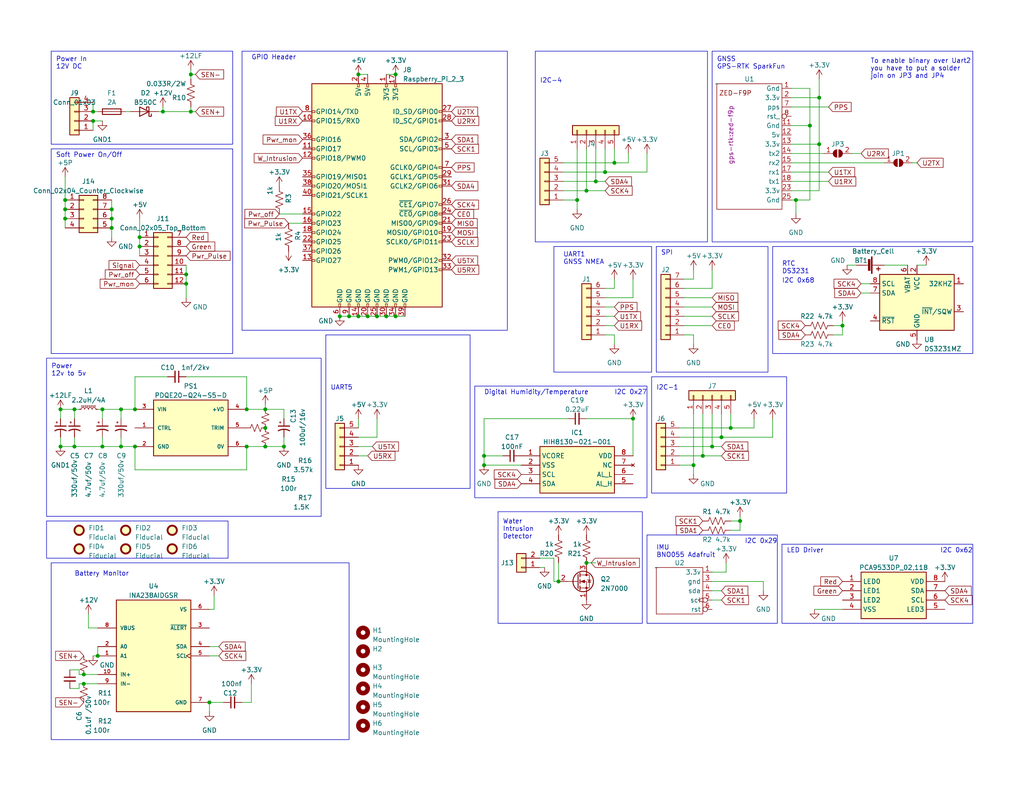
<source format=kicad_sch>
(kicad_sch (version 20231120) (generator "eeschema") (generator_version "8.0")
  (paper "USLetter")
  (title_block (title "HydroB.") (date "2023-05-18") (rev "0.3") (company "Cidco"))
  (junction (at 165.1 46.99))
  (junction (at 72.39 116.84))
  (junction (at 102.87 86.36))
  (junction (at 95.25 86.36))
  (junction (at 217.17 54.61))
  (junction (at 105.41 86.36))
  (junction (at 160.02 52.07))
  (junction (at 22.86 186.69))
  (junction (at 77.47 121.92))
  (junction (at 220.98 34.29))
  (junction (at 67.31 111.76))
  (junction (at 107.95 86.36))
  (junction (at 50.8 74.93))
  (junction (at 97.79 86.36))
  (junction (at 36.83 121.92))
  (junction (at 30.48 62.23))
  (junction (at 167.64 44.45))
  (junction (at 16.51 121.92))
  (junction (at 223.52 26.67))
  (junction (at 52.07 30.48))
  (junction (at 20.32 121.92))
  (junction (at 72.39 121.92))
  (junction (at 22.86 184.15))
  (junction (at 20.32 111.76))
  (junction (at 191.77 124.46))
  (junction (at 97.79 20.32))
  (junction (at 132.08 127))
  (junction (at 17.78 59.69))
  (junction (at 27.94 111.76))
  (junction (at 157.48 54.61))
  (junction (at 26.67 179.07))
  (junction (at 33.02 121.92))
  (junction (at 52.07 20.32))
  (junction (at 44.45 30.48))
  (junction (at 162.56 49.53))
  (junction (at 201.93 142.24))
  (junction (at 196.85 119.38))
  (junction (at 16.51 111.76))
  (junction (at 223.52 39.37))
  (junction (at 199.39 116.84))
  (junction (at 17.78 57.15))
  (junction (at 152.4 158.75))
  (junction (at 92.71 86.36))
  (junction (at 30.48 57.15))
  (junction (at 189.23 127))
  (junction (at 100.33 86.36))
  (junction (at 38.1 67.31))
  (junction (at 30.48 59.69))
  (junction (at 25.4 30.48))
  (junction (at 27.94 121.92))
  (junction (at 229.87 88.9))
  (junction (at 67.31 121.92))
  (junction (at 160.02 153.67))
  (junction (at 36.83 111.76))
  (junction (at 107.95 20.32))
  (junction (at 25.4 33.02))
  (junction (at 38.1 64.77))
  (junction (at 50.8 77.47))
  (junction (at 72.39 111.76))
  (junction (at 57.15 191.77))
  (junction (at 33.02 111.76))
  (junction (at 172.72 114.3))
  (junction (at 194.31 121.92))
  (junction (at 132.08 124.46))
  (junction (at 17.78 54.61))
  (wire (pts (xy 110.49 86.36) (xy 107.95 86.36)))
  (wire (pts (xy 132.08 124.46) (xy 132.08 127)))
  (wire (pts (xy 25.4 33.02) (xy 25.4 35.56)))
  (wire (pts (xy 50.8 74.93) (xy 50.8 77.47)))
  (wire (pts (xy 58.42 162.56) (xy 58.42 166.37)))
  (wire (pts (xy 201.93 142.24) (xy 201.93 144.78)))
  (wire (pts (xy 67.31 128.27) (xy 67.31 121.92)))
  (wire (pts (xy 153.67 49.53) (xy 162.56 49.53)))
  (wire (pts (xy 250.19 72.39) (xy 252.73 72.39)))
  (wire (pts (xy 215.9 52.07) (xy 223.52 52.07)))
  (wire (pts (xy 25.4 27.94) (xy 25.4 30.48)))
  (wire (pts (xy 27.94 111.76) (xy 33.02 111.76)))
  (wire (pts (xy 20.32 119.38) (xy 20.32 121.92)))
  (wire (pts (xy 215.9 24.13) (xy 220.98 24.13)))
  (wire (pts (xy 199.39 144.78) (xy 201.93 144.78)))
  (wire (pts (xy 44.45 30.48) (xy 52.07 30.48)))
  (wire (pts (xy 147.32 154.94) (xy 148.59 154.94)))
  (wire (pts (xy 167.64 78.74) (xy 167.64 76.2)))
  (wire (pts (xy 67.31 111.76) (xy 72.39 111.76)))
  (wire (pts (xy 189.23 76.2) (xy 189.23 73.66)))
  (wire (pts (xy 185.42 124.46) (xy 191.77 124.46)))
  (wire (pts (xy 215.9 49.53) (xy 226.06 49.53)))
  (wire (pts (xy 194.31 121.92) (xy 196.85 121.92)))
  (wire (pts (xy 22.86 186.69) (xy 26.67 186.69)))
  (wire (pts (xy 21.59 186.69) (xy 22.86 186.69)))
  (wire (pts (xy 215.9 39.37) (xy 223.52 39.37)))
  (wire (pts (xy 151.13 158.75) (xy 152.4 158.75)))
  (wire (pts (xy 147.32 152.4) (xy 151.13 152.4)))
  (wire (pts (xy 19.05 187.96) (xy 21.59 187.96)))
  (wire (pts (xy 97.79 116.84) (xy 97.79 114.3)))
  (wire (pts (xy 38.1 67.31) (xy 38.1 69.85)))
  (wire (pts (xy 17.78 59.69) (xy 17.78 62.23)))
  (wire (pts (xy 77.47 119.38) (xy 77.47 121.92)))
  (wire (pts (xy 223.52 39.37) (xy 223.52 26.67)))
  (wire (pts (xy 167.64 91.44) (xy 167.64 93.98)))
  (wire (pts (xy 220.98 24.13) (xy 220.98 34.29)))
  (wire (pts (xy 132.08 124.46) (xy 137.16 124.46)))
  (wire (pts (xy 24.13 167.64) (xy 24.13 171.45)))
  (wire (pts (xy 30.48 57.15) (xy 30.48 59.69)))
  (wire (pts (xy 205.74 114.3) (xy 205.74 116.84)))
  (wire (pts (xy 223.52 52.07) (xy 223.52 39.37)))
  (wire (pts (xy 157.48 40.64) (xy 157.48 54.61)))
  (wire (pts (xy 27.94 119.38) (xy 27.94 121.92)))
  (wire (pts (xy 186.69 76.2) (xy 189.23 76.2)))
  (wire (pts (xy 52.07 19.05) (xy 52.07 20.32)))
  (wire (pts (xy 194.31 78.74) (xy 194.31 73.66)))
  (wire (pts (xy 33.02 121.92) (xy 36.83 121.92)))
  (wire (pts (xy 50.8 72.39) (xy 50.8 74.93)))
  (wire (pts (xy 227.33 91.44) (xy 229.87 91.44)))
  (wire (pts (xy 162.56 40.64) (xy 162.56 49.53)))
  (wire (pts (xy 20.32 111.76) (xy 20.32 114.3)))
  (wire (pts (xy 97.79 86.36) (xy 95.25 86.36)))
  (wire (pts (xy 160.02 114.3) (xy 172.72 114.3)))
  (wire (pts (xy 185.42 127) (xy 189.23 127)))
  (wire (pts (xy 16.51 111.76) (xy 16.51 114.3)))
  (wire (pts (xy 199.39 116.84) (xy 185.42 116.84)))
  (wire (pts (xy 77.47 121.92) (xy 72.39 121.92)))
  (wire (pts (xy 186.69 88.9) (xy 194.31 88.9)))
  (wire (pts (xy 210.82 114.3) (xy 210.82 119.38)))
  (wire (pts (xy 241.3 72.39) (xy 247.65 72.39)))
  (wire (pts (xy 24.13 171.45) (xy 26.67 171.45)))
  (wire (pts (xy 160.02 153.67) (xy 162.56 153.67)))
  (wire (pts (xy 172.72 114.3) (xy 172.72 124.46)))
  (wire (pts (xy 27.94 111.76) (xy 27.94 114.3)))
  (wire (pts (xy 68.58 191.77) (xy 66.04 191.77)))
  (wire (pts (xy 30.48 59.69) (xy 30.48 62.23)))
  (wire (pts (xy 21.59 187.96) (xy 21.59 186.69)))
  (wire (pts (xy 19.05 182.88) (xy 21.59 182.88)))
  (wire (pts (xy 100.33 20.32) (xy 97.79 20.32)))
  (wire (pts (xy 165.1 88.9) (xy 167.64 88.9)))
  (wire (pts (xy 227.33 88.9) (xy 229.87 88.9)))
  (wire (pts (xy 50.8 77.47) (xy 50.8 81.28)))
  (wire (pts (xy 194.31 113.03) (xy 194.31 121.92)))
  (wire (pts (xy 20.32 121.92) (xy 27.94 121.92)))
  (wire (pts (xy 16.51 121.92) (xy 20.32 121.92)))
  (wire (pts (xy 97.79 121.92) (xy 101.6 121.92)))
  (wire (pts (xy 215.9 29.21) (xy 226.06 29.21)))
  (wire (pts (xy 231.14 72.39) (xy 233.68 72.39)))
  (wire (pts (xy 199.39 113.03) (xy 199.39 116.84)))
  (wire (pts (xy 217.17 54.61) (xy 220.98 54.61)))
  (wire (pts (xy 142.24 127) (xy 132.08 127)))
  (wire (pts (xy 165.1 86.36) (xy 167.64 86.36)))
  (wire (pts (xy 194.31 156.21) (xy 198.12 156.21)))
  (wire (pts (xy 25.4 179.07) (xy 26.67 179.07)))
  (wire (pts (xy 36.83 128.27) (xy 36.83 121.92)))
  (wire (pts (xy 57.15 166.37) (xy 58.42 166.37)))
  (wire (pts (xy 36.83 128.27) (xy 67.31 128.27)))
  (wire (pts (xy 26.67 111.76) (xy 27.94 111.76)))
  (wire (pts (xy 38.1 59.69) (xy 38.1 64.77)))
  (wire (pts (xy 176.53 46.99) (xy 165.1 46.99)))
  (wire (pts (xy 102.87 114.3) (xy 102.87 119.38)))
  (wire (pts (xy 232.41 41.91) (xy 234.95 41.91)))
  (wire (pts (xy 17.78 48.26) (xy 17.78 54.61)))
  (wire (pts (xy 17.78 57.15) (xy 17.78 59.69)))
  (wire (pts (xy 43.18 30.48) (xy 44.45 30.48)))
  (wire (pts (xy 26.67 176.53) (xy 26.67 179.07)))
  (wire (pts (xy 76.2 58.42) (xy 82.55 58.42)))
  (wire (pts (xy 191.77 124.46) (xy 196.85 124.46)))
  (wire (pts (xy 102.87 119.38) (xy 97.79 119.38)))
  (wire (pts (xy 102.87 86.36) (xy 100.33 86.36)))
  (wire (pts (xy 186.69 86.36) (xy 194.31 86.36)))
  (wire (pts (xy 205.74 116.84) (xy 199.39 116.84)))
  (wire (pts (xy 208.28 158.75) (xy 208.28 161.29)))
  (wire (pts (xy 234.95 77.47) (xy 237.49 77.47)))
  (wire (pts (xy 160.02 52.07) (xy 153.67 52.07)))
  (wire (pts (xy 194.31 161.29) (xy 196.85 161.29)))
  (wire (pts (xy 165.1 81.28) (xy 172.72 81.28)))
  (wire (pts (xy 57.15 191.77) (xy 57.15 194.31)))
  (wire (pts (xy 215.9 54.61) (xy 217.17 54.61)))
  (wire (pts (xy 167.64 40.64) (xy 167.64 44.45)))
  (wire (pts (xy 160.02 52.07) (xy 165.1 52.07)))
  (wire (pts (xy 157.48 54.61) (xy 157.48 57.15)))
  (wire (pts (xy 223.52 26.67) (xy 223.52 21.59)))
  (wire (pts (xy 72.39 110.49) (xy 72.39 111.76)))
  (wire (pts (xy 229.87 87.63) (xy 229.87 88.9)))
  (wire (pts (xy 105.41 86.36) (xy 102.87 86.36)))
  (wire (pts (xy 186.69 91.44) (xy 189.23 91.44)))
  (wire (pts (xy 196.85 119.38) (xy 185.42 119.38)))
  (wire (pts (xy 165.1 40.64) (xy 165.1 46.99)))
  (wire (pts (xy 165.1 83.82) (xy 167.64 83.82)))
  (wire (pts (xy 25.4 30.48) (xy 26.67 30.48)))
  (wire (pts (xy 33.02 119.38) (xy 33.02 121.92)))
  (wire (pts (xy 167.64 44.45) (xy 153.67 44.45)))
  (wire (pts (xy 78.74 60.96) (xy 82.55 60.96)))
  (wire (pts (xy 215.9 44.45) (xy 241.3 44.45)))
  (wire (pts (xy 189.23 127) (xy 189.23 129.54)))
  (wire (pts (xy 52.07 20.32) (xy 52.07 21.59)))
  (wire (pts (xy 100.33 86.36) (xy 97.79 86.36)))
  (wire (pts (xy 77.47 114.3) (xy 77.47 111.76)))
  (wire (pts (xy 52.07 20.32) (xy 53.34 20.32)))
  (wire (pts (xy 186.69 81.28) (xy 194.31 81.28)))
  (wire (pts (xy 105.41 20.32) (xy 107.95 20.32)))
  (wire (pts (xy 152.4 153.67) (xy 152.4 158.75)))
  (wire (pts (xy 217.17 54.61) (xy 217.17 58.42)))
  (wire (pts (xy 107.95 86.36) (xy 105.41 86.36)))
  (wire (pts (xy 132.08 114.3) (xy 132.08 124.46)))
  (wire (pts (xy 194.31 163.83) (xy 196.85 163.83)))
  (wire (pts (xy 21.59 184.15) (xy 22.86 184.15)))
  (wire (pts (xy 248.92 44.45) (xy 250.19 44.45)))
  (wire (pts (xy 191.77 113.03) (xy 191.77 124.46)))
  (wire (pts (xy 21.59 182.88) (xy 21.59 184.15)))
  (wire (pts (xy 172.72 76.2) (xy 172.72 81.28)))
  (wire (pts (xy 57.15 191.77) (xy 60.96 191.77)))
  (wire (pts (xy 234.95 80.01) (xy 237.49 80.01)))
  (wire (pts (xy 185.42 121.92) (xy 194.31 121.92)))
  (wire (pts (xy 176.53 41.91) (xy 176.53 46.99)))
  (wire (pts (xy 171.45 41.91) (xy 171.45 44.45)))
  (wire (pts (xy 220.98 34.29) (xy 220.98 54.61)))
  (wire (pts (xy 186.69 83.82) (xy 194.31 83.82)))
  (wire (pts (xy 215.9 26.67) (xy 223.52 26.67)))
  (wire (pts (xy 44.45 29.21) (xy 44.45 30.48)))
  (wire (pts (xy 22.86 184.15) (xy 26.67 184.15)))
  (wire (pts (xy 196.85 113.03) (xy 196.85 119.38)))
  (wire (pts (xy 17.78 54.61) (xy 17.78 57.15)))
  (wire (pts (xy 50.8 102.87) (xy 67.31 102.87)))
  (wire (pts (xy 33.02 111.76) (xy 33.02 114.3)))
  (wire (pts (xy 171.45 44.45) (xy 167.64 44.45)))
  (wire (pts (xy 25.4 33.02) (xy 27.94 33.02)))
  (wire (pts (xy 153.67 54.61) (xy 157.48 54.61)))
  (wire (pts (xy 160.02 40.64) (xy 160.02 52.07)))
  (wire (pts (xy 189.23 91.44) (xy 189.23 93.98)))
  (wire (pts (xy 229.87 88.9) (xy 229.87 91.44)))
  (wire (pts (xy 215.9 46.99) (xy 226.06 46.99)))
  (wire (pts (xy 186.69 78.74) (xy 194.31 78.74)))
  (wire (pts (xy 215.9 41.91) (xy 224.79 41.91)))
  (wire (pts (xy 52.07 29.21) (xy 52.07 30.48)))
  (wire (pts (xy 30.48 54.61) (xy 30.48 57.15)))
  (wire (pts (xy 189.23 113.03) (xy 189.23 127)))
  (wire (pts (xy 97.79 124.46) (xy 100.33 124.46)))
  (wire (pts (xy 68.58 186.69) (xy 68.58 191.77)))
  (wire (pts (xy 27.94 121.92) (xy 33.02 121.92)))
  (wire (pts (xy 33.02 111.76) (xy 36.83 111.76)))
  (wire (pts (xy 95.25 86.36) (xy 92.71 86.36)))
  (wire (pts (xy 154.94 114.3) (xy 132.08 114.3)))
  (wire (pts (xy 34.29 30.48) (xy 35.56 30.48)))
  (wire (pts (xy 194.31 158.75) (xy 208.28 158.75)))
  (wire (pts (xy 165.1 78.74) (xy 167.64 78.74)))
  (wire (pts (xy 52.07 30.48) (xy 53.34 30.48)))
  (wire (pts (xy 151.13 152.4) (xy 151.13 158.75)))
  (wire (pts (xy 162.56 49.53) (xy 165.1 49.53)))
  (wire (pts (xy 57.15 179.07) (xy 59.69 179.07)))
  (wire (pts (xy 77.47 111.76) (xy 72.39 111.76)))
  (wire (pts (xy 210.82 119.38) (xy 196.85 119.38)))
  (wire (pts (xy 67.31 102.87) (xy 67.31 111.76)))
  (wire (pts (xy 199.39 142.24) (xy 201.93 142.24)))
  (wire (pts (xy 57.15 176.53) (xy 59.69 176.53)))
  (wire (pts (xy 38.1 64.77) (xy 38.1 67.31)))
  (wire (pts (xy 165.1 46.99) (xy 153.67 46.99)))
  (wire (pts (xy 20.32 111.76) (xy 21.59 111.76)))
  (wire (pts (xy 45.72 102.87) (xy 36.83 102.87)))
  (wire (pts (xy 201.93 140.97) (xy 201.93 142.24)))
  (wire (pts (xy 222.25 166.37) (xy 229.87 166.37)))
  (wire (pts (xy 16.51 111.76) (xy 20.32 111.76)))
  (wire (pts (xy 198.12 156.21) (xy 198.12 153.67)))
  (wire (pts (xy 30.48 62.23) (xy 30.48 64.77)))
  (wire (pts (xy 36.83 102.87) (xy 36.83 111.76)))
  (wire (pts (xy 215.9 34.29) (xy 220.98 34.29)))
  (wire (pts (xy 67.31 121.92) (xy 72.39 121.92)))
  (wire (pts (xy 16.51 119.38) (xy 16.51 121.92)))
  (wire (pts (xy 165.1 91.44) (xy 167.64 91.44)))
  (rectangle (start 12.7 97.79) (end 87.63 140.97))
  (rectangle (start 129.54 105.41) (end 176.53 135.89))
  (rectangle (start 213.36 148.59) (end 265.43 170.18))
  (rectangle (start 210.82 67.31) (end 265.43 96.52))
  (rectangle (start 177.8 102.87) (end 214.63 134.62))
  (rectangle (start 13.97 40.64) (end 63.5 96.52))
  (rectangle (start 135.89 139.7) (end 175.26 170.18))
  (rectangle (start 179.07 67.31) (end 209.55 101.6))
  (rectangle (start 176.53 146.05) (end 212.09 170.18))
  (rectangle (start 151.13 67.31) (end 177.8 101.6))
  (rectangle (start 12.7 142.24) (end 62.23 152.4))
  (rectangle (start 13.97 13.97) (end 63.5 39.37))
  (rectangle (start 66.04 13.97) (end 138.43 90.17))
  (rectangle (start 146.05 13.97) (end 193.04 66.04))
  (rectangle (start 13.97 153.67) (end 95.25 201.93))
  (rectangle (start 88.9 91.44) (end 128.27 133.35))
  (rectangle (start 194.31 13.97) (end 265.43 66.04))
  (text "SPI" (at 180.34 69.85 0) (effects (font (size 1.27 1.27)) (justify left bottom)))
  (text "Water\nIntrusion\nDetector" (at 137.16 147.32 0) (effects (font (size 1.27 1.27)) (justify left bottom)))
  (text "I2C 0x68" (at 213.36 77.47 0) (effects (font (size 1.27 1.27)) (justify left bottom)))
  (text "Soft Power On/Off" (at 15.24 43.18 0) (effects (font (size 1.27 1.27)) (justify left bottom)))
  (text "Battery Monitor" (at 20.32 157.48 0) (effects (font (size 1.27 1.27)) (justify left bottom)))
  (text "GPIO Header" (at 68.58 16.51 0) (effects (font (size 1.27 1.27)) (justify left bottom)))
  (text "I2C 0x29\n" (at 203.2 148.59 0) (effects (font (size 1.27 1.27)) (justify left bottom)))
  (text "I2C-1" (at 179.07 106.68 0) (effects (font (size 1.27 1.27)) (justify left bottom)))
  (text "LED Driver" (at 214.63 151.13 0) (effects (font (size 1.27 1.27)) (justify left bottom)))
  (text "Power In\n12V DC" (at 15.24 19.05 0) (effects (font (size 1.27 1.27)) (justify left bottom)))
  (text "I2C 0x27" (at 167.64 107.95 0) (effects (font (size 1.27 1.27)) (justify left bottom)))
  (text "RTC \nDS3231\n" (at 213.36 74.93 0) (effects (font (size 1.27 1.27)) (justify left bottom)))
  (text "GNSS\nGPS-RTK SparkFun" (at 195.58 19.05 0) (effects (font (size 1.27 1.27)) (justify left bottom)))
  (text "I2C 0x62" (at 256.54 151.13 0) (effects (font (size 1.27 1.27)) (justify left bottom)))
  (text "To enable binary over Uart2 \nyou have to put a solder \njoin on JP3 and JP4" (at 237.49 21.59 0) (effects (font (size 1.27 1.27)) (justify left bottom)))
  (text "UART5\n" (at 90.17 106.68 0) (effects (font (size 1.27 1.27)) (justify left bottom)))
  (text "Power \n12v to 5v" (at 13.97 102.87 0) (effects (font (size 1.27 1.27)) (justify left bottom)))
  (text "I2C-4" (at 147.32 22.86 0) (effects (font (size 1.27 1.27)) (justify left bottom)))
  (text "IMU\nBNO055 Adafruit" (at 179.07 152.4 0) (effects (font (size 1.27 1.27)) (justify left bottom)))
  (text "Digital Humidity/Temperature" (at 132.08 107.95 0) (effects (font (size 1.27 1.27)) (justify left bottom)))
  (text "UART1\nGNSS NMEA" (at 153.67 72.39 0) (effects (font (size 1.27 1.27)) (justify left bottom)))
  (global_label "SCK4" (shape input) (at 59.69 179.07 0) (property "Intersheetrefs" "${INTERSHEET_REFS}" (effects (hide yes))))
  (global_label "U2TX" (shape input) (at 250.19 44.45 0) (property "Intersheetrefs" "${INTERSHEET_REFS}" (effects (hide yes))))
  (global_label "SCK4" (shape input) (at 123.19 55.88 0) (property "Intersheetrefs" "${INTERSHEET_REFS}" (effects (hide yes))))
  (global_label "CE0" (shape input) (at 123.19 58.42 0) (property "Intersheetrefs" "${INTERSHEET_REFS}" (effects (hide yes))))
  (global_label "SDA4" (shape input) (at 123.19 50.8 0) (property "Intersheetrefs" "${INTERSHEET_REFS}" (effects (hide yes))))
  (global_label "MOSI" (shape input) (at 123.19 63.5 0) (property "Intersheetrefs" "${INTERSHEET_REFS}" (effects (hide yes))))
  (global_label "U5TX" (shape input) (at 101.6 121.92 0) (property "Intersheetrefs" "${INTERSHEET_REFS}" (effects (hide yes))))
  (global_label "CE0" (shape input) (at 194.31 88.9 0) (property "Intersheetrefs" "${INTERSHEET_REFS}" (effects (hide yes))))
  (global_label "SCK1" (shape input) (at 123.19 40.64 0) (property "Intersheetrefs" "${INTERSHEET_REFS}" (effects (hide yes))))
  (global_label "SCLK" (shape input) (at 123.19 66.04 0) (property "Intersheetrefs" "${INTERSHEET_REFS}" (effects (hide yes))))
  (global_label "SCK4" (shape input) (at 234.95 77.47 180) (property "Intersheetrefs" "${INTERSHEET_REFS}" (effects (hide yes))))
  (global_label "SEN+" (shape input) (at 22.86 179.07 180) (property "Intersheetrefs" "${INTERSHEET_REFS}" (effects (hide yes))))
  (global_label "U5RX" (shape input) (at 100.33 124.46 0) (property "Intersheetrefs" "${INTERSHEET_REFS}" (effects (hide yes))))
  (global_label "MOSI" (shape input) (at 194.31 83.82 0) (property "Intersheetrefs" "${INTERSHEET_REFS}" (effects (hide yes))))
  (global_label "SDA4" (shape input) (at 219.71 91.44 180) (property "Intersheetrefs" "${INTERSHEET_REFS}" (effects (hide yes))))
  (global_label "U2TX" (shape input) (at 123.19 30.48 0) (property "Intersheetrefs" "${INTERSHEET_REFS}" (effects (hide yes))))
  (global_label "Red" (shape input) (at 50.8 64.77 0) (property "Intersheetrefs" "${INTERSHEET_REFS}" (effects (hide yes))))
  (global_label "Pwr_Pulse" (shape input) (at 50.8 69.85 0) (property "Intersheetrefs" "${INTERSHEET_REFS}" (effects (hide yes))))
  (global_label "SCK1" (shape input) (at 196.85 163.83 0) (property "Intersheetrefs" "${INTERSHEET_REFS}" (effects (hide yes))))
  (global_label "SCK4" (shape input) (at 257.81 163.83 0) (property "Intersheetrefs" "${INTERSHEET_REFS}" (effects (hide yes))))
  (global_label "PPS" (shape input) (at 226.06 29.21 0) (property "Intersheetrefs" "${INTERSHEET_REFS}" (effects (hide yes))))
  (global_label "U5TX" (shape input) (at 123.19 71.12 0) (property "Intersheetrefs" "${INTERSHEET_REFS}" (effects (hide yes))))
  (global_label "Green" (shape input) (at 50.8 67.31 0) (property "Intersheetrefs" "${INTERSHEET_REFS}" (effects (hide yes))))
  (global_label "SEN-" (shape input) (at 53.34 20.32 0) (property "Intersheetrefs" "${INTERSHEET_REFS}" (effects (hide yes))))
  (global_label "Pwr_mon" (shape input) (at 38.1 77.47 180) (property "Intersheetrefs" "${INTERSHEET_REFS}" (effects (hide yes))))
  (global_label "W_Intrusion" (shape input) (at 161.29 153.67 0) (property "Intersheetrefs" "${INTERSHEET_REFS}" (effects (hide yes))))
  (global_label "SCK4" (shape input) (at 219.71 88.9 180) (property "Intersheetrefs" "${INTERSHEET_REFS}" (effects (hide yes))))
  (global_label "Red" (shape input) (at 229.87 158.75 180) (property "Intersheetrefs" "${INTERSHEET_REFS}" (effects (hide yes))))
  (global_label "Pwr_mon" (shape input) (at 82.55 38.1 180) (property "Intersheetrefs" "${INTERSHEET_REFS}" (effects (hide yes))))
  (global_label "SCK1" (shape input) (at 196.85 124.46 0) (property "Intersheetrefs" "${INTERSHEET_REFS}" (effects (hide yes))))
  (global_label "SDA4" (shape input) (at 165.1 49.53 0) (property "Intersheetrefs" "${INTERSHEET_REFS}" (effects (hide yes))))
  (global_label "U5RX" (shape input) (at 123.19 73.66 0) (property "Intersheetrefs" "${INTERSHEET_REFS}" (effects (hide yes))))
  (global_label "SEN+" (shape input) (at 53.34 30.48 0) (property "Intersheetrefs" "${INTERSHEET_REFS}" (effects (hide yes))))
  (global_label "Pwr_Pulse" (shape input) (at 78.74 60.96 180) (property "Intersheetrefs" "${INTERSHEET_REFS}" (effects (hide yes))))
  (global_label "MISO" (shape input) (at 194.31 81.28 0) (property "Intersheetrefs" "${INTERSHEET_REFS}" (effects (hide yes))))
  (global_label "U1RX" (shape input) (at 226.06 49.53 0) (property "Intersheetrefs" "${INTERSHEET_REFS}" (effects (hide yes))))
  (global_label "U1RX" (shape input) (at 167.64 88.9 0) (property "Intersheetrefs" "${INTERSHEET_REFS}" (effects (hide yes))))
  (global_label "W_Intrusion" (shape input) (at 82.55 43.18 180) (property "Intersheetrefs" "${INTERSHEET_REFS}" (effects (hide yes))))
  (global_label "U1RX" (shape input) (at 82.55 33.02 180) (property "Intersheetrefs" "${INTERSHEET_REFS}" (effects (hide yes))))
  (global_label "SCK4" (shape input) (at 165.1 52.07 0) (property "Intersheetrefs" "${INTERSHEET_REFS}" (effects (hide yes))))
  (global_label "U1TX" (shape input) (at 82.55 30.48 180) (property "Intersheetrefs" "${INTERSHEET_REFS}" (effects (hide yes))))
  (global_label "U2RX" (shape input) (at 234.95 41.91 0) (property "Intersheetrefs" "${INTERSHEET_REFS}" (effects (hide yes))))
  (global_label "Pwr_off" (shape input) (at 76.2 58.42 180) (property "Intersheetrefs" "${INTERSHEET_REFS}" (effects (hide yes))))
  (global_label "SDA4" (shape input) (at 59.69 176.53 0) (property "Intersheetrefs" "${INTERSHEET_REFS}" (effects (hide yes))))
  (global_label "SCK4" (shape input) (at 142.24 129.54 180) (property "Intersheetrefs" "${INTERSHEET_REFS}" (effects (hide yes))))
  (global_label "SDA4" (shape input) (at 142.24 132.08 180) (property "Intersheetrefs" "${INTERSHEET_REFS}" (effects (hide yes))))
  (global_label "Signal" (shape input) (at 38.1 72.39 180) (property "Intersheetrefs" "${INTERSHEET_REFS}" (effects (hide yes))))
  (global_label "SDA1" (shape input) (at 196.85 161.29 0) (property "Intersheetrefs" "${INTERSHEET_REFS}" (effects (hide yes))))
  (global_label "SCK1" (shape input) (at 191.77 142.24 180) (property "Intersheetrefs" "${INTERSHEET_REFS}" (effects (hide yes))))
  (global_label "SDA1" (shape input) (at 196.85 121.92 0) (property "Intersheetrefs" "${INTERSHEET_REFS}" (effects (hide yes))))
  (global_label "PPS" (shape input) (at 167.64 83.82 0) (property "Intersheetrefs" "${INTERSHEET_REFS}" (effects (hide yes))))
  (global_label "SEN-" (shape input) (at 22.86 191.77 180) (property "Intersheetrefs" "${INTERSHEET_REFS}" (effects (hide yes))))
  (global_label "U1TX" (shape input) (at 226.06 46.99 0) (property "Intersheetrefs" "${INTERSHEET_REFS}" (effects (hide yes))))
  (global_label "SDA4" (shape input) (at 257.81 161.29 0) (property "Intersheetrefs" "${INTERSHEET_REFS}" (effects (hide yes))))
  (global_label "Green" (shape input) (at 229.87 161.29 180) (property "Intersheetrefs" "${INTERSHEET_REFS}" (effects (hide yes))))
  (global_label "SDA1" (shape input) (at 191.77 144.78 180) (property "Intersheetrefs" "${INTERSHEET_REFS}" (effects (hide yes))))
  (global_label "SDA1" (shape input) (at 123.19 38.1 0) (property "Intersheetrefs" "${INTERSHEET_REFS}" (effects (hide yes))))
  (global_label "U2RX" (shape input) (at 123.19 33.02 0) (property "Intersheetrefs" "${INTERSHEET_REFS}" (effects (hide yes))))
  (global_label "PPS" (shape input) (at 123.19 45.72 0) (property "Intersheetrefs" "${INTERSHEET_REFS}" (effects (hide yes))))
  (global_label "MISO" (shape input) (at 123.19 60.96 0) (property "Intersheetrefs" "${INTERSHEET_REFS}" (effects (hide yes))))
  (global_label "U1TX" (shape input) (at 167.64 86.36 0) (property "Intersheetrefs" "${INTERSHEET_REFS}" (effects (hide yes))))
  (global_label "Pwr_off" (shape input) (at 38.1 74.93 180) (property "Intersheetrefs" "${INTERSHEET_REFS}" (effects (hide yes))))
  (global_label "SDA4" (shape input) (at 234.95 80.01 180) (property "Intersheetrefs" "${INTERSHEET_REFS}" (effects (hide yes))))
  (global_label "SCLK" (shape input) (at 194.31 86.36 0) (property "Intersheetrefs" "${INTERSHEET_REFS}" (effects (hide yes))))
  (symbol (lib_id "Device:C_Small") (at 19.05 185.42 0) (unit 1)
    (property "Reference" "C6" (at 21.59 196.85 90) (effects (justify left)))
    (property "Value" "0.1uf /50v" (at 24.13 200.66 90) (effects (justify left)))
    (property "Footprint" "Capacitor_SMD:C_1206_3216Metric" (effects (hide yes)))
  )
  (symbol (lib_id "power:+5V") (at 205.74 114.3 0) (mirror y) (unit 1)
    (property "Reference" "#PWR09" (effects (hide yes)))
    (property "Value" "+5V" (at 205.74 110.49 0))
  )
  (symbol (lib_id "Connector_Generic:Conn_01x05") (at 194.31 107.95 90) (unit 1)
    (property "Reference" "J7" (at 194.31 105.41 90))
    (property "Value" "Conn_01x05" (effects (hide yes)))
    (property "Footprint" "Connector_JST:JST_XH_B5B-XH-AM_1x05_P2.50mm_Vertical" (effects (hide yes)))
  )
  (symbol (lib_id "Device:C_Polarized_Small_US") (at 33.02 116.84 0) (unit 1)
    (property "Reference" "C9" (at 31.75 124.46 0) (effects (justify left)))
    (property "Value" "330uf/50v" (at 33.02 135.89 90) (effects (justify left)))
    (property "Footprint" "Capacitor_THT:CP_Radial_D10.0mm_P5.00mm" (effects (hide yes)))
  )
  (symbol (lib_id "Mechanical:MountingHole") (at 99.06 193.04 0) (unit 1)
    (property "Reference" "H5" (at 101.6 192.405 0) (effects (justify left)))
    (property "Value" "MountingHole" (at 101.6 194.945 0) (effects (justify left)))
    (property "Footprint" "MountingHole:MountingHole_2.7mm_M2.5_ISO7380_Pad" (effects (hide yes)))
  )
  (symbol (lib_id "Device:R_US") (at 223.52 91.44 90) (unit 1)
    (property "Reference" "R23" (at 222.25 93.98 90) (effects (justify left)))
    (property "Value" "4.7k" (at 227.33 93.98 90) (effects (justify left)))
    (property "Footprint" "Resistor_SMD:R_1206_3216Metric" (effects (hide yes)))
  )
  (symbol (lib_id "power:+3.3V") (at 102.87 114.3 0) (unit 1)
    (property "Reference" "#PWR07" (effects (hide yes)))
    (property "Value" "+3.3V" (at 102.87 110.49 0))
  )
  (symbol (lib_id "power:GND") (at 132.08 127 0) (unit 1)
    (property "Reference" "#PWR059" (effects (hide yes)))
    (property "Value" "GND" (at 132.08 132.08 0))
  )
  (symbol (lib_id "Device:R_US") (at 160.02 149.86 180) (unit 1)
    (property "Reference" "R21" (at 158.75 151.13 0) (effects (justify left)))
    (property "Value" "1k" (at 158.75 148.59 0) (effects (justify left)))
    (property "Footprint" "Resistor_SMD:R_1206_3216Metric" (effects (hide yes)))
  )
  (symbol (lib_id "power:GND1") (at 16.51 121.92 0) (unit 1)
    (property "Reference" "#PWR049" (effects (hide yes)))
    (property "Value" "GND1" (at 16.51 127 0))
  )
  (symbol (lib_id "power:+3.3V") (at 152.4 146.05 0) (unit 1)
    (property "Reference" "#PWR055" (effects (hide yes)))
    (property "Value" "+3.3V" (at 152.4 142.24 0))
  )
  (symbol (lib_id "Device:R_US") (at 52.07 25.4 180) (unit 1)
    (property "Reference" "R10" (at 50.8 26.67 0) (effects (justify left)))
    (property "Value" "0.033R/2W" (at 50.8 22.86 0) (effects (justify left)))
    (property "Footprint" "Resistor_SMD:R_2512_6332Metric" (effects (hide yes)))
  )
  (symbol (lib_id "power:GND") (at 57.15 194.31 0) (unit 1)
    (property "Reference" "#PWR034" (effects (hide yes)))
    (property "Value" "GND" (at 57.15 199.39 0))
  )
  (symbol (lib_id "Connector_Generic:Conn_02x04_Counter_Clockwise") (at 22.86 57.15 0) (unit 1)
    (property "Reference" "J14" (at 24.13 49.53 0))
    (property "Value" "Conn_02x04_Counter_Clockwise" (at 24.13 52.07 0))
    (property "Footprint" "Connector_PinHeader_2.54mm:PinHeader_2x04_P2.54mm_Vertical" (effects (hide yes)))
  )
  (symbol (lib_id "power:GND") (at 231.14 72.39 0) (unit 1)
    (property "Reference" "#PWR053" (effects (hide yes)))
    (property "Value" "GND" (at 228.6 71.12 0))
  )
  (symbol (lib_id "Mechanical:Fiducial") (at 21.59 149.86 0) (unit 1)
    (property "Reference" "FID4" (at 24.13 149.225 0) (effects (justify left)))
    (property "Value" "Fiducial" (at 24.13 151.765 0) (effects (justify left)))
    (property "Footprint" "Fiducial:Fiducial_0.75mm_Mask2.25mm" (effects (hide yes)))
  )
  (symbol (lib_id "Device:R_US") (at 195.58 142.24 90) (unit 1)
    (property "Reference" "R1" (at 194.31 139.7 90) (effects (justify left)))
    (property "Value" "4.7k" (at 199.39 139.7 90) (effects (justify left)))
    (property "Footprint" "Resistor_SMD:R_1206_3216Metric" (effects (hide yes)))
  )
  (symbol (lib_id "power:+5V") (at 97.79 114.3 0) (mirror y) (unit 1)
    (property "Reference" "#PWR06" (effects (hide yes)))
    (property "Value" "+5V" (at 97.79 110.49 0))
  )
  (symbol (lib_id "power:+12LF") (at 16.51 111.76 0) (unit 1)
    (property "Reference" "#PWR051" (effects (hide yes)))
    (property "Value" "+12LF" (at 16.51 107.95 0))
  )
  (symbol (lib_id "Device:Fuse") (at 30.48 30.48 90) (unit 1)
    (property "Reference" "F1" (at 30.48 25.4 90))
    (property "Value" "2A" (at 30.48 27.94 90))
    (property "Footprint" "Fuse:Fuse_1206_3216Metric" (effects (hide yes)))
  )
  (symbol (lib_id "Diode:B360") (at 39.37 30.48 180) (unit 1)
    (property "Reference" "D2" (at 39.6875 25.4 0))
    (property "Value" "B550C" (at 39.6875 27.94 0))
    (property "Footprint" "Diode_SMD:D_SMC" (effects (hide yes)))
    (property "Datasheet" "http://www.jameco.com/Jameco/Products/ProdDS/1538777.pdf" (effects (hide yes)))
  )
  (symbol (lib_id "power:GND") (at 92.71 86.36 0) (unit 1)
    (property "Reference" "#PWR03" (effects (hide yes)))
    (property "Value" "GND" (at 88.9 87.63 0))
  )
  (symbol (lib_id "power:+3.3V") (at 210.82 114.3 0) (unit 1)
    (property "Reference" "#PWR010" (effects (hide yes)))
    (property "Value" "+3.3V" (at 210.82 110.49 0))
  )
  (symbol (lib_id "Transistor_FET:2N7000") (at 157.48 158.75 0) (unit 1)
    (property "Reference" "Q2" (at 163.83 158.115 0) (effects (justify left)))
    (property "Value" "2N7000" (at 163.83 160.655 0) (effects (justify left)))
    (property "Footprint" "Package_TO_SOT_SMD:SOT-23-3" (effects (hide yes)))
    (property "Datasheet" "https://www.vishay.com/docs/70226/70226.pdf" (effects (hide yes)))
  )
  (symbol (lib_id "Connector_Generic:Conn_01x05") (at 162.56 35.56 90) (unit 1)
    (property "Reference" "J4" (at 161.29 39.37 90))
    (property "Value" "Conn_01x05" (effects (hide yes)))
    (property "Footprint" "Connector_JST:JST_XH_B5B-XH-AM_1x05_P2.50mm_Vertical" (effects (hide yes)))
  )
  (symbol (lib_id "INA238AIDGSR:INA238AIDGSR") (at 41.91 179.07 0) (unit 1)
    (property "Reference" "U4" (at 41.91 160.02 0))
    (property "Value" "INA238AIDGSR" (at 41.91 162.56 0))
    (property "Footprint" "Desktop:SOP50P490X110-10N" (effects (hide yes)))
    (property "PARTREV" "A" (effects (hide yes)))
    (property "STANDARD" "IPC-7351B" (effects (hide yes)))
    (property "MAXIMUM_PACKAGE_HEIGHT" "1.1mm" (effects (hide yes)))
    (property "MANUFACTURER" "Texas Instruments" (effects (hide yes)))
  )
  (symbol (lib_id "power:+5V") (at 189.23 73.66 0) (mirror y) (unit 1)
    (property "Reference" "#PWR015" (effects (hide yes)))
    (property "Value" "+5V" (at 189.23 69.85 0))
  )
  (symbol (lib_id "power:+3.3V") (at 194.31 73.66 0) (unit 1)
    (property "Reference" "#PWR016" (effects (hide yes)))
    (property "Value" "+3.3V" (at 194.31 69.85 0))
  )
  (symbol (lib_id "Mechanical:Fiducial") (at 21.59 144.78 0) (unit 1)
    (property "Reference" "FID1" (at 24.13 144.145 0) (effects (justify left)))
    (property "Value" "Fiducial" (at 24.13 146.685 0) (effects (justify left)))
    (property "Footprint" "Fiducial:Fiducial_0.75mm_Mask2.25mm" (effects (hide yes)))
  )
  (symbol (lib_id "power:GND") (at 30.48 64.77 0) (unit 1)
    (property "Reference" "#PWR048" (effects (hide yes)))
    (property "Value" "GND" (at 34.29 67.31 0))
  )
  (symbol (lib_id "Device:C_Polarized_Small_US") (at 27.94 116.84 0) (unit 1)
    (property "Reference" "C8" (at 26.67 124.46 0) (effects (justify left)))
    (property "Value" "4.7uf/50v" (at 27.94 135.89 90) (effects (justify left)))
    (property "Footprint" "Capacitor_SMD:C_1206_3216Metric" (effects (hide yes)))
  )
  (symbol (lib_id "power:+3.3V") (at 76.2 50.8 0) (unit 1)
    (property "Reference" "#PWR021" (effects (hide yes)))
    (property "Value" "+3.3V" (at 76.2 46.99 0))
  )
  (symbol (lib_id "power:GND") (at 189.23 93.98 0) (unit 1)
    (property "Reference" "#PWR017" (effects (hide yes)))
    (property "Value" "GND" (at 189.23 99.06 0))
  )
  (symbol (lib_id "power:GND") (at 25.4 179.07 0) (unit 1)
    (property "Reference" "#PWR036" (effects (hide yes)))
    (property "Value" "GND" (at 29.21 181.61 0))
  )
  (symbol (lib_id "PCA9533DP_02_118:PCA9533DP_02,118") (at 229.87 158.75 0) (unit 1)
    (property "Reference" "U7" (at 243.84 152.4 0))
    (property "Value" "PCA9533DP_02,118" (at 243.84 154.94 0))
    (property "Footprint" "KiCad:SOIC127P600X175-8N" (effects (hide yes)))
    (property "Datasheet" "http://www.nxp.com/docs/en/data-sheet/PCA9533.pdf" (effects (hide yes)))
    (property "Height" "1.1" (effects (hide yes)))
    (property "Mouser Part Number" "771-PCA9533DP/02118" (effects (hide yes)))
    (property "Mouser Price/Stock" "https://www.mouser.co.uk/ProductDetail/NXP-Semiconductors/PCA9533DP-02118?qs=18PanXkg8EfFFpXHjEHjJg%3D%3D" (effects (hide yes)))
    (property "Manufacturer_Name" "NXP" (effects (hide yes)))
    (property "Manufacturer_Part_Number" "PCA9533DP/02,118" (effects (hide yes)))
  )
  (symbol (lib_id "imu:BNO055") (at 179.07 154.94 0) (unit 1)
    (property "Reference" "U2" (at 185.42 153.67 0))
    (property "Value" "~" (at 179.07 154.94 0))
    (property "Footprint" "imu:bno055" (effects (hide yes)))
  )
  (symbol (lib_id "power:GND") (at 77.47 121.92 0) (unit 1)
    (property "Reference" "#PWR043" (effects (hide yes)))
    (property "Value" "GND" (at 77.47 127 0))
  )
  (symbol (lib_id "Device:C_Small") (at 157.48 114.3 90) (unit 1)
    (property "Reference" "C19" (at 157.4863 109.22 90))
    (property "Value" "0.22uF" (at 157.4863 111.76 90))
    (property "Footprint" "Capacitor_SMD:C_1206_3216Metric" (effects (hide yes)))
  )
  (symbol (lib_id "Device:R_Small_US") (at 22.86 189.23 0) (unit 1)
    (property "Reference" "R12" (at 26.67 196.85 0) (effects (justify left)))
    (property "Value" "100r" (at 25.4 199.39 0) (effects (justify left)))
    (property "Footprint" "Resistor_SMD:R_1206_3216Metric" (effects (hide yes)))
  )
  (symbol (lib_id "Device:R_US") (at 223.52 88.9 90) (unit 1)
    (property "Reference" "R22" (at 222.25 86.36 90) (effects (justify left)))
    (property "Value" "4.7k" (at 227.33 86.36 90) (effects (justify left)))
    (property "Footprint" "Resistor_SMD:R_1206_3216Metric" (effects (hide yes)))
  )
  (symbol (lib_id "Connector_Generic:Conn_01x04") (at 20.32 33.02 180) (unit 1)
    (property "Reference" "J9" (at 20.32 25.4 0))
    (property "Value" "Conn_01x03" (at 20.32 27.94 0))
    (property "Footprint" "Connector_Phoenix_MSTB:PhoenixContact_MSTBVA_2,5_4-G-5,08_1x04_P5.08mm_Vertical" (effects (hide yes)))
  )
  (symbol (lib_id "power:+3.3V") (at 78.74 68.58 180) (unit 1)
    (property "Reference" "#PWR030" (effects (hide yes)))
    (property "Value" "+3.3V" (at 78.74 73.66 0))
  )
  (symbol (lib_id "Connector_Generic:Conn_02x06_Top_Bottom") (at 43.18 69.85 0) (unit 1)
    (property "Reference" "J11" (at 44.45 59.69 0))
    (property "Value" "Conn_02x05_Top_Bottom" (at 44.45 62.23 0))
    (property "Footprint" "Connector_PinHeader_2.54mm:PinHeader_2x06_P2.54mm_Vertical" (effects (hide yes)))
  )
  (symbol (lib_id "Device:C_Small") (at 48.26 102.87 270) (unit 1)
    (property "Reference" "C10" (at 45.72 100.33 90))
    (property "Value" "1nf/2kv" (at 53.34 100.33 90))
    (property "Footprint" "Capacitor_SMD:C_1206_3216Metric" (effects (hide yes)))
  )
  (symbol (lib_id "Mechanical:Fiducial") (at 34.29 149.86 0) (unit 1)
    (property "Reference" "FID5" (at 36.83 149.225 0) (effects (justify left)))
    (property "Value" "Fiducial" (at 36.83 151.765 0) (effects (justify left)))
    (property "Footprint" "Fiducial:Fiducial_0.75mm_Mask2.25mm" (effects (hide yes)))
  )
  (symbol (lib_id "power:GND") (at 160.02 163.83 0) (unit 1)
    (property "Reference" "#PWR057" (effects (hide yes)))
    (property "Value" "GND" (at 160.02 168.91 0))
  )
  (symbol (lib_id "power:GND") (at 157.48 57.15 0) (unit 1)
    (property "Reference" "#PWR014" (effects (hide yes)))
    (property "Value" "GND" (at 157.48 62.23 0))
  )
  (symbol (lib_id "power:+3.3V") (at 252.73 72.39 0) (unit 1)
    (property "Reference" "#PWR026" (effects (hide yes)))
    (property "Value" "+3.3V" (at 252.73 68.58 0))
  )
  (symbol (lib_id "power:+3.3V") (at 172.72 114.3 0) (unit 1)
    (property "Reference" "#PWR060" (effects (hide yes)))
    (property "Value" "+3.3V" (at 172.72 110.49 0))
  )
  (symbol (lib_id "Device:C_Small") (at 139.7 124.46 90) (unit 1)
    (property "Reference" "C17" (at 139.7063 119.38 90))
    (property "Value" "100nF" (at 139.7063 121.92 90))
    (property "Footprint" "Capacitor_SMD:C_1206_3216Metric" (effects (hide yes)))
  )
  (symbol (lib_id "power:GND") (at 167.64 93.98 0) (unit 1)
    (property "Reference" "#PWR020" (effects (hide yes)))
    (property "Value" "GND" (at 167.64 99.06 0))
  )
  (symbol (lib_id "Mechanical:MountingHole") (at 99.06 198.12 0) (unit 1)
    (property "Reference" "H6" (at 101.6 197.485 0) (effects (justify left)))
    (property "Value" "MountingHole" (at 101.6 200.025 0) (effects (justify left)))
    (property "Footprint" "MountingHole:MountingHole_2.7mm_M2.5_ISO7380_Pad" (effects (hide yes)))
  )
  (symbol (lib_id "Device:C_Small") (at 63.5 191.77 90) (unit 1)
    (property "Reference" "C12" (at 64.77 189.23 90) (effects (justify left)))
    (property "Value" "100nf" (at 66.04 186.69 90) (effects (justify left)))
    (property "Footprint" "Capacitor_SMD:C_1206_3216Metric" (effects (hide yes)))
  )
  (symbol (lib_id "HIH8130-021-001:HIH8130-021-001") (at 142.24 124.46 0) (unit 1)
    (property "Reference" "IC1" (at 157.48 118.11 0))
    (property "Value" "HIH8130-021-001" (at 157.48 120.65 0))
    (property "Footprint" "KiCad:SOIC127P600X206-8N" (effects (hide yes)))
    (property "Datasheet" "http://sensing.honeywell.com/index.php?ci_id=147072" (effects (hide yes)))
    (property "Height" "2.055" (effects (hide yes)))
    (property "Mouser Part Number" "785-HIH8130-021-001" (effects (hide yes)))
    (property "Mouser Price/Stock" "https://www.mouser.co.uk/ProductDetail/Honeywell/HIH8130-021-001?qs=jvB%252BdWhGd42acwYgsf9Ccw%3D%3D" (effects (hide yes)))
    (property "Manufacturer_Name" "Honeywell" (effects (hide yes)))
    (property "Manufacturer_Part_Number" "HIH8130-021-001" (effects (hide yes)))
  )
  (symbol (lib_id "Mechanical:Fiducial") (at 46.99 144.78 0) (unit 1)
    (property "Reference" "FID3" (at 49.53 144.145 0) (effects (justify left)))
    (property "Value" "Fiducial" (at 49.53 146.685 0) (effects (justify left)))
    (property "Footprint" "Fiducial:Fiducial_0.75mm_Mask2.25mm" (effects (hide yes)))
  )
  (symbol (lib_id "Mechanical:MountingHole") (at 99.06 177.8 0) (unit 1)
    (property "Reference" "H2" (at 101.6 177.165 0) (effects (justify left)))
    (property "Value" "MountingHole" (effects (hide yes)))
    (property "Footprint" "MountingHole:MountingHole_2.7mm_M2.5_ISO7380_Pad" (effects (hide yes)))
  )
  (symbol (lib_id "Connector_Generic:Conn_01x05") (at 148.59 49.53 180) (unit 1)
    (property "Reference" "J3" (at 148.59 41.91 0))
    (property "Value" "Conn_01x05" (effects (hide yes)))
    (property "Footprint" "Connector_JST:JST_XH_B5B-XH-AM_1x05_P2.50mm_Vertical" (effects (hide yes)))
  )
  (symbol (lib_id "Connector_Generic:Conn_01x02") (at 142.24 154.94 180) (unit 1)
    (property "Reference" "J13" (at 138.43 153.67 0))
    (property "Value" "Conn_01x06" (effects (hide yes)))
    (property "Footprint" "Connector_JST:JST_XH_B2B-XH-AM_1x02_P2.50mm_Vertical" (effects (hide yes)))
  )
  (symbol (lib_id "Connector_Generic:Conn_01x05") (at 92.71 121.92 180) (unit 1)
    (property "Reference" "J5" (at 92.71 114.3 0))
    (property "Value" "Conn_01x06" (effects (hide yes)))
    (property "Footprint" "Connector_JST:JST_XH_B5B-XH-AM_1x05_P2.50mm_Vertical" (effects (hide yes)))
  )
  (symbol (lib_id "power:+3.3V") (at 160.02 146.05 0) (unit 1)
    (property "Reference" "#PWR058" (effects (hide yes)))
    (property "Value" "+3.3V" (at 160.02 142.24 0))
  )
  (symbol (lib_id "power:+12LF") (at 52.07 19.05 0) (unit 1)
    (property "Reference" "#PWR050" (effects (hide yes)))
    (property "Value" "+12LF" (at 52.07 15.24 0))
  )
  (symbol (lib_id "power:GND") (at 189.23 129.54 0) (unit 1)
    (property "Reference" "#PWR011" (effects (hide yes)))
    (property "Value" "GND" (at 193.04 132.08 0))
  )
  (symbol (lib_id "power:+5V") (at 167.64 76.2 0) (mirror y) (unit 1)
    (property "Reference" "#PWR023" (effects (hide yes)))
    (property "Value" "+5V" (at 167.64 72.39 0))
  )
  (symbol (lib_id "Device:C_Polarized_Small_US") (at 77.47 116.84 0) (unit 1)
    (property "Reference" "C13" (at 80.01 115.57 90) (effects (justify left)))
    (property "Value" "100uf/16v" (at 82.55 121.92 90) (effects (justify left)))
    (property "Footprint" "Capacitor_SMD:CP_Elec_6.3x9.9" (effects (hide yes)))
  )
  (symbol (lib_id "power:+3.3V") (at 257.81 158.75 0) (unit 1)
    (property "Reference" "#PWR031" (effects (hide yes)))
    (property "Value" "+3.3V" (at 257.81 154.94 0))
  )
  (symbol (lib_id "power:GND") (at 208.28 161.29 0) (unit 1)
    (property "Reference" "#PWR028" (effects (hide yes)))
    (property "Value" "GND" (at 208.28 166.37 0))
  )
  (symbol (lib_id "PDQE20-Q24-S5-D:PDQE20-Q24-S5-D") (at 52.07 116.84 0) (unit 1)
    (property "Reference" "PS1" (at 52.07 105.41 0))
    (property "Value" "PDQE20-Q24-S5-D" (at 52.07 107.95 0))
    (property "Footprint" "Desktop:CONV_PDQE20-Q24-S5-D" (effects (hide yes)))
    (property "PARTREV" "1.0" (effects (hide yes)))
    (property "STANDARD" "Manufacturer Recommendations" (effects (hide yes)))
    (property "MAXIMUM_PACKAGE_HEIGHT" "11.70mm" (effects (hide yes)))
    (property "MANUFACTURER" "CUI Inc." (effects (hide yes)))
  )
  (symbol (lib_id "power:+3.3V") (at 201.93 140.97 0) (unit 1)
    (property "Reference" "#PWR035" (effects (hide yes)))
    (property "Value" "+3.3V" (at 201.93 137.16 0))
  )
  (symbol (lib_id "Device:L_Ferrite_Small") (at 24.13 111.76 90) (unit 1)
    (property "Reference" "L1" (at 24.13 106.68 90))
    (property "Value" "2.2uH/4A" (at 24.13 109.22 90))
    (property "Footprint" "Inductor_SMD:L_1210_3225Metric" (effects (hide yes)))
  )
  (symbol (lib_id "Mechanical:MountingHole") (at 99.06 172.72 0) (unit 1)
    (property "Reference" "H1" (at 101.6 172.085 0) (effects (justify left)))
    (property "Value" "MountingHole" (at 101.6 174.625 0) (effects (justify left)))
    (property "Footprint" "MountingHole:MountingHole_2.7mm_M2.5_ISO7380_Pad" (effects (hide yes)))
  )
  (symbol (lib_id "Jumper:SolderJumper_2_Open") (at 245.11 44.45 0) (unit 1)
    (property "Reference" "JP1" (at 245.11 41.91 0))
    (property "Value" "SolderJumper_2_Open" (effects (hide yes)))
    (property "Footprint" "Jumper:SolderJumper-2_P1.3mm_Open_RoundedPad1.0x1.5mm" (effects (hide yes)))
  )
  (symbol (lib_id "Connector:Raspberry_Pi_2_3") (at 102.87 53.34 0) (unit 1)
    (property "Reference" "J8" (at 109.9059 19.05 0) (effects (justify left)))
    (property "Value" "Raspberry_Pi_2_3" (at 109.9059 21.59 0) (effects (justify left)))
    (property "Footprint" "Connector_PinSocket_2.54mm:PinSocket_2x20_P2.54mm_Vertical" (effects (hide yes)))
    (property "Datasheet" "https://www.raspberrypi.org/documentation/hardware/raspberrypi/schematics/rpi_SCH_3bplus_1p0_reduced.pdf" (effects (hide yes)))
  )
  (symbol (lib_id "Mechanical:MountingHole") (at 99.06 182.88 0) (unit 1)
    (property "Reference" "H3" (at 101.6 182.245 0) (effects (justify left)))
    (property "Value" "MountingHole" (at 101.6 184.785 0) (effects (justify left)))
    (property "Footprint" "MountingHole:MountingHole_2.7mm_M2.5_ISO7380_Pad" (effects (hide yes)))
  )
  (symbol (lib_id "Jumper:SolderJumper_2_Open") (at 228.6 41.91 0) (unit 1)
    (property "Reference" "JP3" (at 228.6 39.37 0))
    (property "Value" "SolderJumper_2_Open" (effects (hide yes)))
    (property "Footprint" "Jumper:SolderJumper-2_P1.3mm_Open_RoundedPad1.0x1.5mm" (effects (hide yes)))
  )
  (symbol (lib_id "Device:R_US") (at 76.2 54.61 180) (unit 1)
    (property "Reference" "R3" (at 78.74 52.832 90) (effects (justify left)))
    (property "Value" "1k" (at 73.66 50.8 90) (effects (justify left)))
    (property "Footprint" "Resistor_SMD:R_1206_3216Metric" (effects (hide yes)))
  )
  (symbol (lib_id "Mechanical:Fiducial") (at 34.29 144.78 0) (unit 1)
    (property "Reference" "FID2" (at 36.83 144.145 0) (effects (justify left)))
    (property "Value" "Fiducial" (at 36.83 146.685 0) (effects (justify left)))
    (property "Footprint" "Fiducial:Fiducial_0.75mm_Mask2.25mm" (effects (hide yes)))
  )
  (symbol (lib_id "power:+3.3V") (at 172.72 76.2 0) (unit 1)
    (property "Reference" "#PWR024" (effects (hide yes)))
    (property "Value" "+3.3V" (at 172.72 72.39 0))
  )
  (symbol (lib_id "Device:R_Small_US") (at 72.39 114.3 0) (unit 1)
    (property "Reference" "R16" (at 81.28 125.73 0) (effects (justify left)))
    (property "Value" "3.57k" (at 80.01 128.27 0) (effects (justify left)))
    (property "Footprint" "Resistor_SMD:R_1206_3216Metric" (effects (hide yes)))
  )
  (symbol (lib_id "power:+3.3V") (at 223.52 21.59 0) (unit 1)
    (property "Reference" "#PWR022" (effects (hide yes)))
    (property "Value" "+3.3V" (at 223.52 17.78 0))
  )
  (symbol (lib_id "power:GND1") (at 27.94 33.02 0) (unit 1)
    (property "Reference" "#PWR05" (effects (hide yes)))
    (property "Value" "GND1" (at 27.94 38.1 0))
  )
  (symbol (lib_id "Device:Battery_Cell") (at 236.22 72.39 270) (unit 1)
    (property "Reference" "BT1" (at 234.95 71.12 90))
    (property "Value" "Battery_Cell" (at 238.252 68.58 90))
    (property "Footprint" "Battery:BatteryHolder_Keystone_1058_1x2032" (effects (hide yes)))
  )
  (symbol (lib_id "power:GND") (at 250.19 92.71 0) (unit 1)
    (property "Reference" "#PWR029" (effects (hide yes)))
    (property "Value" "GND" (at 246.38 93.98 0))
  )
  (symbol (lib_id "power:+3.3V") (at 68.58 186.69 0) (unit 1)
    (property "Reference" "#PWR019" (effects (hide yes)))
    (property "Value" "+3.3V" (at 68.58 182.88 0))
  )
  (symbol (lib_id "power:+5V") (at 171.45 41.91 0) (mirror y) (unit 1)
    (property "Reference" "#PWR012" (effects (hide yes)))
    (property "Value" "+5V" (at 171.45 38.1 0))
  )
  (symbol (lib_id "Timer_RTC:DS3231MZ") (at 250.19 82.55 0) (unit 1)
    (property "Reference" "U8" (at 252.1459 92.71 0) (effects (justify left)))
    (property "Value" "DS3231MZ" (at 252.1459 95.25 0) (effects (justify left)))
    (property "Footprint" "Package_SO:SOIC-8_3.9x4.9mm_P1.27mm" (effects (hide yes)))
    (property "Datasheet" "http://datasheets.maximintegrated.com/en/ds/DS3231M.pdf" (effects (hide yes)))
  )
  (symbol (lib_id "Device:C_Polarized_Small_US") (at 16.51 116.84 0) (unit 1)
    (property "Reference" "C5" (at 19.05 124.46 0) (effects (justify left)))
    (property "Value" "330uf/50v" (at 20.32 135.89 90) (effects (justify left)))
    (property "Footprint" "Capacitor_THT:CP_Radial_D10.0mm_P5.00mm" (effects (hide yes)))
  )
  (symbol (lib_id "Mechanical:MountingHole") (at 99.06 187.96 0) (unit 1)
    (property "Reference" "H4" (at 101.6 187.325 0) (effects (justify left)))
    (property "Value" "MountingHole" (at 101.6 189.865 0) (effects (justify left)))
    (property "Footprint" "MountingHole:MountingHole_2.7mm_M2.5_ISO7380_Pad" (effects (hide yes)))
  )
  (symbol (lib_id "power:+12V") (at 44.45 29.21 0) (unit 1)
    (property "Reference" "#PWR044" (effects (hide yes)))
    (property "Value" "+12V" (at 44.45 25.4 0))
  )
  (symbol (lib_id "power:GND") (at 50.8 81.28 0) (unit 1)
    (property "Reference" "#PWR018" (effects (hide yes)))
    (property "Value" "GND" (at 54.61 83.82 0))
  )
  (symbol (lib_id "power:GND") (at 217.17 58.42 0) (unit 1)
    (property "Reference" "#PWR025" (effects (hide yes)))
    (property "Value" "GND" (at 217.17 63.5 0))
  )
  (symbol (lib_id "Device:R_Small_US") (at 72.39 119.38 0) (unit 1)
    (property "Reference" "R17" (at 81.28 135.89 0) (effects (justify left)))
    (property "Value" "1.5K" (at 80.01 138.43 0) (effects (justify left)))
    (property "Footprint" "Resistor_SMD:R_1206_3216Metric" (effects (hide yes)))
  )
  (symbol (lib_id "Device:C_Polarized_Small_US") (at 20.32 116.84 0) (unit 1)
    (property "Reference" "C7" (at 22.86 124.46 0) (effects (justify left)))
    (property "Value" "4.7uf/50v" (at 24.13 135.89 90) (effects (justify left)))
    (property "Footprint" "Capacitor_SMD:C_1206_3216Metric" (effects (hide yes)))
  )
  (symbol (lib_id "power:+3.3V") (at 198.12 153.67 0) (unit 1)
    (property "Reference" "#PWR027" (effects (hide yes)))
    (property "Value" "+3.3V" (at 198.12 149.86 0))
  )
  (symbol (lib_id "Connector_Generic:Conn_01x05") (at 180.34 121.92 180) (unit 1)
    (property "Reference" "J6" (at 180.34 114.3 0))
    (property "Value" "Conn_01x05" (effects (hide yes)))
    (property "Footprint" "Connector_JST:JST_XH_B5B-XH-AM_1x05_P2.50mm_Vertical" (effects (hide yes)))
  )
  (symbol (lib_id "power:GND") (at 222.25 166.37 0) (unit 1)
    (property "Reference" "#PWR032" (effects (hide yes)))
    (property "Value" "GND" (at 226.06 168.91 0))
  )
  (symbol (lib_id "Connector_Generic:Conn_01x07") (at 181.61 83.82 180) (unit 1)
    (property "Reference" "J2" (at 181.61 73.66 0))
    (property "Value" "Conn_01x07" (effects (hide yes)))
    (property "Footprint" "Connector_JST:JST_XH_B7B-XH-AM_1x07_P2.50mm_Vertical" (effects (hide yes)))
  )
  (symbol (lib_id "power:+3.3V") (at 176.53 41.91 0) (unit 1)
    (property "Reference" "#PWR013" (effects (hide yes)))
    (property "Value" "+3.3V" (at 176.53 38.1 0))
  )
  (symbol (lib_id "power:+3.3V") (at 58.42 162.56 0) (unit 1)
    (property "Reference" "#PWR033" (effects (hide yes)))
    (property "Value" "+3.3V" (at 58.42 158.75 0))
  )
  (symbol (lib_id "Device:R_US") (at 195.58 144.78 90) (unit 1)
    (property "Reference" "R2" (at 194.31 147.32 90) (effects (justify left)))
    (property "Value" "4.7k" (at 199.39 147.32 90) (effects (justify left)))
    (property "Footprint" "Resistor_SMD:R_1206_3216Metric" (effects (hide yes)))
  )
  (symbol (lib_id "power:+3.3V") (at 107.95 20.32 0) (unit 1)
    (property "Reference" "#PWR01" (effects (hide yes)))
    (property "Value" "+3.3V" (at 107.95 16.51 0))
  )
  (symbol (lib_id "Device:R_US") (at 78.74 64.77 180) (unit 1)
    (property "Reference" "R4" (at 81.28 62.992 90) (effects (justify left)))
    (property "Value" "1k" (at 75.946 63.5 90) (effects (justify left)))
    (property "Footprint" "Resistor_SMD:R_1206_3216Metric" (effects (hide yes)))
  )
  (symbol (lib_id "power:GND") (at 97.79 127 0) (unit 1)
    (property "Reference" "#PWR08" (effects (hide yes)))
    (property "Value" "GND" (at 97.79 132.08 0))
  )
  (symbol (lib_id "Device:R_US") (at 152.4 149.86 180) (unit 1)
    (property "Reference" "R20" (at 151.13 151.13 0) (effects (justify left)))
    (property "Value" "1k" (at 151.13 148.59 0) (effects (justify left)))
    (property "Footprint" "Resistor_SMD:R_1206_3216Metric" (effects (hide yes)))
  )
  (symbol (lib_id "Mechanical:Fiducial") (at 46.99 149.86 0) (unit 1)
    (property "Reference" "FID6" (at 49.53 149.225 0) (effects (justify left)))
    (property "Value" "Fiducial" (at 49.53 151.765 0) (effects (justify left)))
    (property "Footprint" "Fiducial:Fiducial_0.75mm_Mask2.25mm" (effects (hide yes)))
  )
  (symbol (lib_id "power:+5P") (at 17.78 48.26 0) (unit 1)
    (property "Reference" "#PWR040" (effects (hide yes)))
    (property "Value" "+5P" (at 17.78 44.45 0))
  )
  (symbol (lib_id "power:+3.3V") (at 229.87 87.63 0) (unit 1)
    (property "Reference" "#PWR054" (effects (hide yes)))
    (property "Value" "+3.3V" (at 229.87 83.82 0))
  )
  (symbol (lib_id "Device:R_Small_US") (at 22.86 181.61 0) (unit 1)
    (property "Reference" "R11" (at 26.67 189.23 0) (effects (justify left)))
    (property "Value" "100r" (at 25.4 191.77 0) (effects (justify left)))
    (property "Footprint" "Resistor_SMD:R_1206_3216Metric" (effects (hide yes)))
  )
  (symbol (lib_id "Connector_Generic:Conn_01x06") (at 160.02 86.36 180) (unit 1)
    (property "Reference" "J1" (at 160.02 76.2 0))
    (property "Value" "Conn_01x05" (effects (hide yes)))
    (property "Footprint" "Connector_JST:JST_XH_B6B-XH-AM_1x06_P2.50mm_Vertical" (effects (hide yes)))
  )
  (symbol (lib_id "power:GND") (at 148.59 154.94 0) (unit 1)
    (property "Reference" "#PWR056" (effects (hide yes)))
    (property "Value" "GND" (at 148.59 160.02 0))
  )
  (symbol (lib_id "power:+5P") (at 72.39 110.49 0) (unit 1)
    (property "Reference" "#PWR042" (effects (hide yes)))
    (property "Value" "+5P" (at 72.39 106.68 0))
  )
  (symbol (lib_id "Device:R_Small_US") (at 69.85 116.84 90) (unit 1)
    (property "Reference" "R15" (at 78.74 130.81 90))
    (property "Value" "100r" (at 78.74 133.35 90))
    (property "Footprint" "Resistor_SMD:R_1206_3216Metric" (effects (hide yes)))
  )
  (symbol (lib_id "power:+12V") (at 24.13 167.64 0) (unit 1)
    (property "Reference" "#PWR04" (effects (hide yes)))
    (property "Value" "+12V" (at 24.13 163.83 0))
  )
  (symbol (lib_id "gps-rtk:Zed-F9P") (at 195.58 22.86 0) (unit 1)
    (property "Reference" "U1" (at 204.47 21.59 0))
    (property "Value" "~" (at 195.58 22.86 0))
    (property "Footprint" "gps-rtk:zed-f9p" (at 199.39 36.83 90))
  )
  (symbol (lib_id "power:+5V") (at 38.1 59.69 0) (mirror y) (unit 1)
    (property "Reference" "#PWR047" (effects (hide yes)))
    (property "Value" "+5V" (at 38.1 55.88 0))
  )
  (symbol (lib_id "power:+5V") (at 97.79 20.32 0) (mirror y) (unit 1)
    (property "Reference" "#PWR02" (effects (hide yes)))
    (property "Value" "+5V" (at 97.79 16.51 0))
  )
)
</source>
